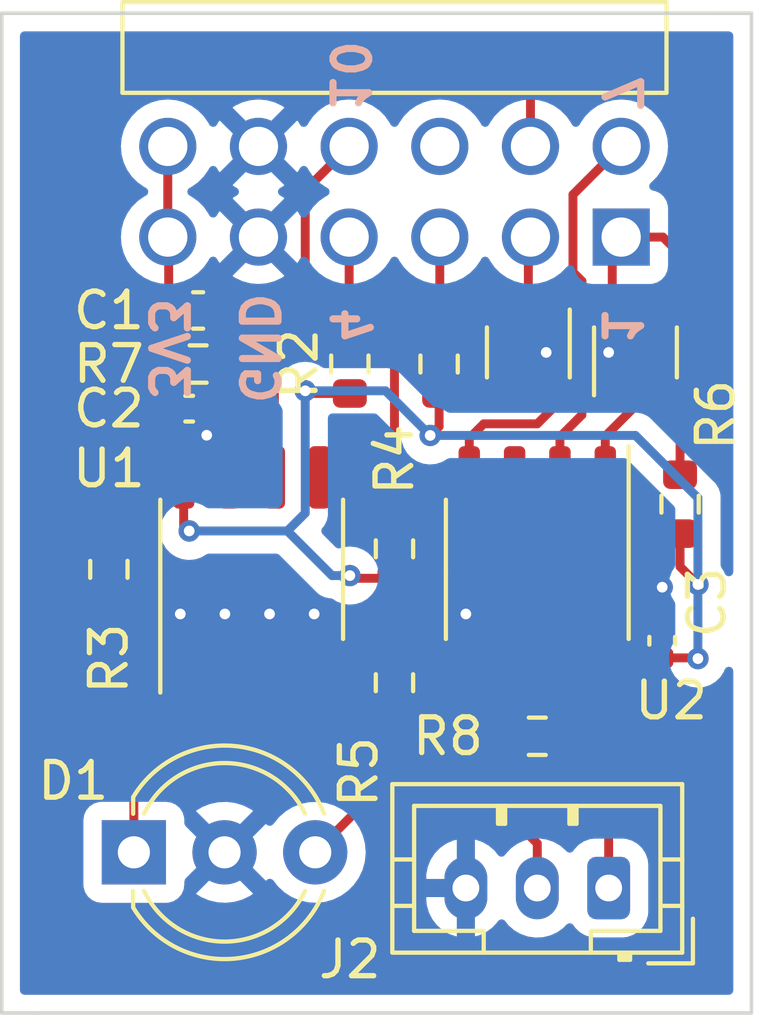
<source format=kicad_pcb>
(kicad_pcb (version 20210424) (generator pcbnew)
  (layers (0 "F.Cu" signal) (31 "B.Cu" signal) (34 "B.Paste" user) (35 "F.Paste" user) (36 "B.SilkS" user "B.Silkscreen") (37 "F.SilkS" user "F.Silkscreen") (38 "B.Mask" user) (39 "F.Mask" user) (44 "Edge.Cuts" user))
  (net 0 "")
  (net 1 "+3V3")
  (net 2 "GND")
  (net 3 "Net-(D1-Pad1)")
  (net 4 "Net-(D1-Pad3)")
  (net 5 "/SDA")
  (net 6 "/SCL")
  (net 7 "Net-(J1-Pad7)")
  (net 8 "Net-(J1-Pad8)")
  (net 10 "/~WP")
  (net 11 "Net-(J2-Pad1)")
  (net 12 "Net-(J2-Pad2)")
  (net 13 "Net-(J1-Pad1)")
  (net 14 "Net-(J1-Pad2)")
  (net 18 "Net-(Q1-Pad6)")
  (net 21 "Net-(Q2-Pad2)")
  (footprint "Package_SO:SO-8_3.9x4.9mm_P1.27mm" (layer "F.Cu") (at 138 107.575 -90)
    (fp_text reference "U2" (at 3.675 -3.75 180) (layer "F.SilkS"))
    (fp_text value "MAX3483ESA+")
    (fp_line (start 0 2.56) (end -1.95 2.56) (layer "F.SilkS") (width 0.12))
    (fp_line (start 0 -2.56) (end -3.45 -2.56) (layer "F.SilkS") (width 0.12))
    (fp_line (start 0 -2.56) (end 1.95 -2.56) (layer "F.SilkS") (width 0.12))
    (fp_line (start 0 2.56) (end 1.95 2.56) (layer "F.SilkS") (width 0.12))
    (pad "1" smd roundrect locked (at -2.575 -1.905 270) (size 1.75 0.6) (layers "F.Cu" "F.Paste" "F.Mask") (net 21 "Net-(Q2-Pad2)"))
    (pad "2" smd roundrect locked (at -2.575 -0.635 270) (size 1.75 0.6) (layers "F.Cu" "F.Paste" "F.Mask") (net 7 "Net-(J1-Pad7)"))
    (pad "3" smd roundrect locked (at -2.575 0.635 270) (size 1.75 0.6) (layers "F.Cu" "F.Paste" "F.Mask") (net 7 "Net-(J1-Pad7)"))
    (pad "4" smd roundrect locked (at -2.575 1.905 270) (size 1.75 0.6) (layers "F.Cu" "F.Paste" "F.Mask") (net 18 "Net-(Q1-Pad6)"))
    (pad "5" smd roundrect locked (at 2.575 1.905 270) (size 1.75 0.6) (layers "F.Cu" "F.Paste" "F.Mask") (net 2 "GND"))
    (pad "6" smd roundrect locked (at 2.575 0.635 270) (size 1.75 0.6) (layers "F.Cu" "F.Paste" "F.Mask") (net 12 "Net-(J2-Pad2)"))
    (pad "7" smd roundrect locked (at 2.575 -0.635 270) (size 1.75 0.6) (layers "F.Cu" "F.Paste" "F.Mask") (net 11 "Net-(J2-Pad1)"))
    (pad "8" smd roundrect locked (at 2.575 -1.905 270) (size 1.75 0.6) (layers "F.Cu" "F.Paste" "F.Mask") (net 1 "+3V3"))
  )
  (footprint "Resistor_SMD:R_0603_1608Metric" (layer "F.Cu") (at 134 107 90)
    (fp_text reference "R4" (at 2.5 0 90) (layer "F.SilkS"))
    (fp_text value "10k")
    (fp_line (start -0.237258 -0.5225) (end 0.237258 -0.5225) (layer "F.SilkS") (width 0.12))
    (fp_line (start -0.237258 0.5225) (end 0.237258 0.5225) (layer "F.SilkS") (width 0.12))
    (pad "1" smd roundrect locked (at -0.825 0 90) (size 0.8 0.95) (layers "F.Cu" "F.Paste" "F.Mask") (net 1 "+3V3"))
    (pad "2" smd roundrect locked (at 0.825 0 90) (size 0.8 0.95) (layers "F.Cu" "F.Paste" "F.Mask") (net 18 "Net-(Q1-Pad6)"))
  )
  (footprint "Capacitor_SMD:C_0603_1608Metric" (layer "F.Cu") (at 128.5 100.325)
    (fp_text reference "C1" (at -2.5 0) (layer "F.SilkS"))
    (fp_text value "10u")
    (fp_line (start -0.14058 0.51) (end 0.14058 0.51) (layer "F.SilkS") (width 0.12))
    (fp_line (start -0.14058 -0.51) (end 0.14058 -0.51) (layer "F.SilkS") (width 0.12))
    (pad "1" smd roundrect locked (at -0.775 0) (size 0.9 0.95) (layers "F.Cu" "F.Paste" "F.Mask") (net 1 "+3V3"))
    (pad "2" smd roundrect locked (at 0.775 0) (size 0.9 0.95) (layers "F.Cu" "F.Paste" "F.Mask") (net 2 "GND"))
  )
  (footprint "Capacitor_SMD:C_0402_1005Metric" (layer "F.Cu") (at 128.25 103.075)
    (fp_text reference "C2" (at -2.25 0) (layer "F.SilkS"))
    (fp_text value "100n")
    (fp_line (start -0.107836 0.36) (end 0.107836 0.36) (layer "F.SilkS") (width 0.12))
    (fp_line (start -0.107836 -0.36) (end 0.107836 -0.36) (layer "F.SilkS") (width 0.12))
    (pad "1" smd roundrect locked (at -0.48 0) (size 0.56 0.62) (layers "F.Cu" "F.Paste" "F.Mask") (net 1 "+3V3"))
    (pad "2" smd roundrect locked (at 0.48 0) (size 0.56 0.62) (layers "F.Cu" "F.Paste" "F.Mask") (net 2 "GND"))
  )
  (footprint "Connector_JST:JST_PH_B3B-PH-K_1x03_P2.00mm_Vertical" (layer "F.Cu") (at 140 116.5 180)
    (fp_text reference "J2" (at 7.25 -2) (layer "F.SilkS"))
    (fp_text value "Conn_01x03_Male")
    (fp_line (start -1.45 2.3) (end 5.45 2.3) (layer "F.SilkS") (width 0.12))
    (fp_line (start -2.06 0.8) (end -1.45 0.8) (layer "F.SilkS") (width 0.12))
    (fp_line (start 6.06 0.8) (end 5.45 0.8) (layer "F.SilkS") (width 0.12))
    (fp_line (start 6.06 -0.5) (end 5.45 -0.5) (layer "F.SilkS") (width 0.12))
    (fp_line (start 3.5 -1.2) (end 3.5 -1.81) (layer "F.SilkS") (width 0.12))
    (fp_line (start 0.5 -1.81) (end 0.5 -1.2) (layer "F.SilkS") (width 0.12))
    (fp_line (start 3.1 1.8) (end 3.1 2.3) (layer "F.SilkS") (width 0.12))
    (fp_line (start 6.06 2.91) (end 6.06 -1.81) (layer "F.SilkS") (width 0.12))
    (fp_line (start -2.06 2.91) (end 6.06 2.91) (layer "F.SilkS") (width 0.12))
    (fp_line (start 3 2.3) (end 3 1.8) (layer "F.SilkS") (width 0.12))
    (fp_line (start -0.6 -2.01) (end -0.6 -1.81) (layer "F.SilkS") (width 0.12))
    (fp_line (start 5.45 -1.2) (end 3.5 -1.2) (layer "F.SilkS") (width 0.12))
    (fp_line (start -0.3 -1.81) (end -0.3 -2.01) (layer "F.SilkS") (width 0.12))
    (fp_line (start -2.06 -0.5) (end -1.45 -0.5) (layer "F.SilkS") (width 0.12))
    (fp_line (start -1.11 -2.11) (end -2.36 -2.11) (layer "F.SilkS") (width 0.12))
    (fp_line (start -1.45 -1.2) (end -1.45 2.3) (layer "F.SilkS") (width 0.12))
    (fp_line (start 1 2.3) (end 1 1.8) (layer "F.SilkS") (width 0.12))
    (fp_line (start 0.5 -1.2) (end -1.45 -1.2) (layer "F.SilkS") (width 0.12))
    (fp_line (start -2.36 -2.11) (end -2.36 -0.86) (layer "F.SilkS") (width 0.12))
    (fp_line (start 6.06 -1.81) (end -2.06 -1.81) (layer "F.SilkS") (width 0.12))
    (fp_line (start -0.3 -1.91) (end -0.6 -1.91) (layer "F.SilkS") (width 0.12))
    (fp_line (start 2.9 1.8) (end 3.1 1.8) (layer "F.SilkS") (width 0.12))
    (fp_line (start -2.06 -1.81) (end -2.06 2.91) (layer "F.SilkS") (width 0.12))
    (fp_line (start 5.45 2.3) (end 5.45 -1.2) (layer "F.SilkS") (width 0.12))
    (fp_line (start 1.1 1.8) (end 1.1 2.3) (layer "F.SilkS") (width 0.12))
    (fp_line (start 2.9 2.3) (end 2.9 1.8) (layer "F.SilkS") (width 0.12))
    (fp_line (start 0.9 2.3) (end 0.9 1.8) (layer "F.SilkS") (width 0.12))
    (fp_line (start 0.9 1.8) (end 1.1 1.8) (layer "F.SilkS") (width 0.12))
    (fp_line (start -0.3 -2.01) (end -0.6 -2.01) (layer "F.SilkS") (width 0.12))
    (pad "1" thru_hole roundrect locked (at 0 0 180) (size 1.2 1.75) (drill 0.75) (layers *.Cu *.Mask) (roundrect_rratio 0.2083333333) (net 11 "Net-(J2-Pad1)"))
    (pad "2" thru_hole oval locked (at 2 0 180) (size 1.2 1.75) (drill 0.75) (layers *.Cu *.Mask) (net 12 "Net-(J2-Pad2)"))
    (pad "3" thru_hole oval locked (at 4 0 180) (size 1.2 1.75) (drill 0.75) (layers *.Cu *.Mask) (net 2 "GND"))
  )
  (footprint "Resistor_SMD:R_0603_1608Metric" (layer "F.Cu") (at 135.25 101.825 90)
    (fp_text reference "R1" hide)
    (fp_text value "4k7")
    (fp_line (start -0.237258 -0.5225) (end 0.237258 -0.5225) (layer "F.SilkS") (width 0.12))
    (fp_line (start -0.237258 0.5225) (end 0.237258 0.5225) (layer "F.SilkS") (width 0.12))
    (pad "1" smd roundrect locked (at -0.825 0 90) (size 0.8 0.95) (layers "F.Cu" "F.Paste" "F.Mask") (net 1 "+3V3"))
    (pad "2" smd roundrect locked (at 0.825 0 90) (size 0.8 0.95) (layers "F.Cu" "F.Paste" "F.Mask") (net 5 "/SDA"))
  )
  (footprint "Capacitor_SMD:C_0402_1005Metric" (layer "F.Cu") (at 141.5 109.575 90)
    (fp_text reference "C3" (at 1.075 1.25 90) (layer "F.SilkS"))
    (fp_text value "100n")
    (fp_line (start -0.107836 0.36) (end 0.107836 0.36) (layer "F.SilkS") (width 0.12))
    (fp_line (start -0.107836 -0.36) (end 0.107836 -0.36) (layer "F.SilkS") (width 0.12))
    (pad "1" smd roundrect locked (at -0.48 0 90) (size 0.56 0.62) (layers "F.Cu" "F.Paste" "F.Mask") (net 1 "+3V3"))
    (pad "2" smd roundrect locked (at 0.48 0 90) (size 0.56 0.62) (layers "F.Cu" "F.Paste" "F.Mask") (net 2 "GND"))
  )
  (footprint "Resistor_SMD:R_0603_1608Metric" (layer "F.Cu") (at 134 110.75 -90)
    (fp_text reference "R5" (at 2.5 1 90) (layer "F.SilkS"))
    (fp_text value "R")
    (fp_line (start -0.237258 -0.5225) (end 0.237258 -0.5225) (layer "F.SilkS") (width 0.12))
    (fp_line (start -0.237258 0.5225) (end 0.237258 0.5225) (layer "F.SilkS") (width 0.12))
    (pad "1" smd roundrect locked (at -0.825 0 270) (size 0.8 0.95) (layers "F.Cu" "F.Paste" "F.Mask") (net 7 "Net-(J1-Pad7)"))
    (pad "2" smd roundrect locked (at 0.825 0 270) (size 0.8 0.95) (layers "F.Cu" "F.Paste" "F.Mask") (net 4 "Net-(D1-Pad3)"))
  )
  (footprint "Package_TO_SOT_SMD:SOT-363_SC-70-6" (layer "F.Cu") (at 137.75 101.5 -90)
    (fp_text reference "Q1" hide)
    (fp_text value "SI1539CDL-T1-GE3")
    (fp_line (start 0.7 -1.16) (end -1.2 -1.16) (layer "F.SilkS") (width 0.12))
    (fp_line (start -0.7 1.16) (end 0.7 1.16) (layer "F.SilkS") (width 0.12))
    (pad "1" smd rect locked (at -0.95 -0.65 270) (size 0.65 0.4) (layers "F.Cu" "F.Paste" "F.Mask") (net 2 "GND"))
    (pad "2" smd rect locked (at -0.95 0 270) (size 0.65 0.4) (layers "F.Cu" "F.Paste" "F.Mask") (net 14 "Net-(J1-Pad2)"))
    (pad "3" smd rect locked (at -0.95 0.65 270) (size 0.65 0.4) (layers "F.Cu" "F.Paste" "F.Mask"))
    (pad "4" smd rect locked (at 0.95 0.65 270) (size 0.65 0.4) (layers "F.Cu" "F.Paste" "F.Mask"))
    (pad "5" smd rect locked (at 0.95 0 270) (size 0.65 0.4) (layers "F.Cu" "F.Paste" "F.Mask"))
    (pad "6" smd rect locked (at 0.95 -0.65 270) (size 0.65 0.4) (layers "F.Cu" "F.Paste" "F.Mask") (net 18 "Net-(Q1-Pad6)"))
  )
  (footprint "Resistor_SMD:R_0603_1608Metric" (layer "F.Cu") (at 138 112.25 180)
    (fp_text reference "R8" (at 2.5 0) (layer "F.SilkS"))
    (fp_text value "120")
    (fp_line (start -0.237258 -0.5225) (end 0.237258 -0.5225) (layer "F.SilkS") (width 0.12))
    (fp_line (start -0.237258 0.5225) (end 0.237258 0.5225) (layer "F.SilkS") (width 0.12))
    (pad "1" smd roundrect locked (at -0.825 0 180) (size 0.8 0.95) (layers "F.Cu" "F.Paste" "F.Mask") (net 11 "Net-(J2-Pad1)"))
    (pad "2" smd roundrect locked (at 0.825 0 180) (size 0.8 0.95) (layers "F.Cu" "F.Paste" "F.Mask") (net 12 "Net-(J2-Pad2)"))
  )
  (footprint "Connector_WUT:PMOD_Wurth_61301221021_Horizontal" (layer "F.Cu") (at 134 97)
    (fp_text reference "J1" hide)
    (fp_text value "Connector_PMOD_2x6_Peripheral" hide)
    (fp_text user "10" (at -1.27 -3.25 270 unlocked) (layer "B.SilkS") (effects (font (thickness 0.2)) (justify mirror)))
    (fp_text user "3V3" (at -6.35 4.385 270 unlocked) (layer "B.SilkS") (effects (font (thickness 0.2)) (justify mirror)))
    (fp_text user "4" (at -1.27 3.75 270 unlocked) (layer "B.SilkS") (effects (font (thickness 0.2)) (justify mirror)))
    (fp_text user "GND" (at -3.81 4.385 270 unlocked) (layer "B.SilkS") (effects (font (thickness 0.2)) (justify mirror)))
    (fp_text user "7" (at 6.35 -2.75 270 unlocked) (layer "B.SilkS") (effects (font (thickness 0.2)) (justify mirror)))
    (fp_text user "1" (at 6.35 3.75 270 unlocked) (layer "B.SilkS") (effects (font (thickness 0.2)) (justify mirror)))
    (fp_line (start 7.62 -2.77) (end 7.62 -5.31) (layer "F.SilkS") (width 0.12))
    (fp_line (start -7.62 -2.77) (end 7.62 -2.77) (layer "F.SilkS") (width 0.12))
    (fp_line (start 7.62 -5.31) (end -7.62 -5.31) (layer "F.SilkS") (width 0.12))
    (fp_line (start -7.62 -5.31) (end -7.62 -2.77) (layer "F.SilkS") (width 0.12))
    (pad "1" thru_hole rect (at 6.35 1.27) (size 1.6 1.6) (drill 1.1) (layers *.Cu *.Mask) (net 13 "Net-(J1-Pad1)"))
    (pad "2" thru_hole circle (at 3.81 1.27) (size 1.6 1.6) (drill 1.1) (layers *.Cu *.Mask) (net 14 "Net-(J1-Pad2)"))
    (pad "3" thru_hole circle (at 1.27 1.27) (size 1.6 1.6) (drill 1.1) (layers *.Cu *.Mask) (net 5 "/SDA"))
    (pad "4" thru_hole circle (at -1.27 1.27) (size 1.6 1.6) (drill 1.1) (layers *.Cu *.Mask) (net 6 "/SCL"))
    (pad "5" thru_hole circle (at -3.81 1.27) (size 1.6 1.6) (drill 1.1) (layers *.Cu *.Mask) (net 2 "GND"))
    (pad "6" thru_hole circle (at -6.35 1.27) (size 1.6 1.6) (drill 1.1) (layers *.Cu *.Mask) (net 1 "+3V3"))
    (pad "7" thru_hole circle (at 6.35 -1.27) (size 1.6 1.6) (drill 1.1) (layers *.Cu *.Mask) (net 7 "Net-(J1-Pad7)"))
    (pad "8" thru_hole circle (at 3.81 -1.27) (size 1.6 1.6) (drill 1.1) (layers *.Cu *.Mask) (net 8 "Net-(J1-Pad8)"))
    (pad "9" thru_hole circle (at 1.27 -1.27) (size 1.6 1.6) (drill 1.1) (layers *.Cu *.Mask))
    (pad "10" thru_hole circle (at -1.27 -1.27) (size 1.6 1.6) (drill 1.1) (layers *.Cu *.Mask) (net 10 "/~WP"))
    (pad "11" thru_hole circle (at -3.81 -1.27) (size 1.6 1.6) (drill 1.1) (layers *.Cu *.Mask) (net 2 "GND"))
    (pad "12" thru_hole circle (at -6.35 -1.27) (size 1.6 1.6) (drill 1.1) (layers *.Cu *.Mask) (net 1 "+3V3"))
  )
  (footprint "Package_SO:SO-8_3.9x4.9mm_P1.27mm" (layer "F.Cu") (at 130 107.575 90)
    (fp_text reference "U1" (at 2.825 -4 180) (layer "F.SilkS"))
    (fp_text value "24LC024-I/SN")
    (fp_line (start 0 2.56) (end 1.95 2.56) (layer "F.SilkS") (width 0.12))
    (fp_line (start 0 -2.56) (end -3.45 -2.56) (layer "F.SilkS") (width 0.12))
    (fp_line (start 0 2.56) (end -1.95 2.56) (layer "F.SilkS") (width 0.12))
    (fp_line (start 0 -2.56) (end 1.95 -2.56) (layer "F.SilkS") (width 0.12))
    (pad "1" smd roundrect locked (at -2.575 -1.905 90) (size 1.75 0.6) (layers "F.Cu" "F.Paste" "F.Mask") (net 2 "GND"))
    (pad "2" smd roundrect locked (at -2.575 -0.635 90) (size 1.75 0.6) (layers "F.Cu" "F.Paste" "F.Mask") (net 2 "GND"))
    (pad "3" smd roundrect locked (at -2.575 0.635 90) (size 1.75 0.6) (layers "F.Cu" "F.Paste" "F.Mask") (net 2 "GND"))
    (pad "4" smd roundrect locked (at -2.575 1.905 90) (size 1.75 0.6) (layers "F.Cu" "F.Paste" "F.Mask") (net 2 "GND"))
    (pad "5" smd roundrect locked (at 2.575 1.905 90) (size 1.75 0.6) (layers "F.Cu" "F.Paste" "F.Mask") (net 5 "/SDA"))
    (pad "6" smd roundrect locked (at 2.575 0.635 90) (size 1.75 0.6) (layers "F.Cu" "F.Paste" "F.Mask") (net 6 "/SCL"))
    (pad "7" smd roundrect locked (at 2.575 -0.635 90) (size 1.75 0.6) (layers "F.Cu" "F.Paste" "F.Mask") (net 10 "/~WP"))
    (pad "8" smd roundrect locked (at 2.575 -1.905 90) (size 1.75 0.6) (layers "F.Cu" "F.Paste" "F.Mask") (net 1 "+3V3"))
  )
  (footprint "Resistor_SMD:R_0603_1608Metric" (layer "F.Cu") (at 128.5 101.825)
    (fp_text reference "R7" (at -2.5 0) (layer "F.SilkS"))
    (fp_text value "1k")
    (fp_line (start -0.237258 0.5225) (end 0.237258 0.5225) (layer "F.SilkS") (width 0.12))
    (fp_line (start -0.237258 -0.5225) (end 0.237258 -0.5225) (layer "F.SilkS") (width 0.12))
    (pad "1" smd roundrect locked (at -0.825 0) (size 0.8 0.95) (layers "F.Cu" "F.Paste" "F.Mask") (net 1 "+3V3"))
    (pad "2" smd roundrect locked (at 0.825 0) (size 0.8 0.95) (layers "F.Cu" "F.Paste" "F.Mask") (net 10 "/~WP"))
  )
  (footprint "Resistor_SMD:R_0603_1608Metric" (layer "F.Cu") (at 142 105.75 90)
    (fp_text reference "R6" (at 2.5 1 90) (layer "F.SilkS"))
    (fp_text value "R")
    (fp_line (start -0.237258 -0.5225) (end 0.237258 -0.5225) (layer "F.SilkS") (width 0.12))
    (fp_line (start -0.237258 0.5225) (end 0.237258 0.5225) (layer "F.SilkS") (width 0.12))
    (pad "1" smd roundrect locked (at -0.825 0 90) (size 0.8 0.95) (layers "F.Cu" "F.Paste" "F.Mask") (net 1 "+3V3"))
    (pad "2" smd roundrect locked (at 0.825 0 90) (size 0.8 0.95) (layers "F.Cu" "F.Paste" "F.Mask") (net 13 "Net-(J1-Pad1)"))
  )
  (footprint "Resistor_SMD:R_0603_1608Metric" (layer "F.Cu") (at 126 107.575 -90)
    (fp_text reference "R3" (at 2.5 0 90) (layer "F.SilkS"))
    (fp_text value "R")
    (fp_line (start -0.237258 0.5225) (end 0.237258 0.5225) (layer "F.SilkS") (width 0.12))
    (fp_line (start -0.237258 -0.5225) (end 0.237258 -0.5225) (layer "F.SilkS") (width 0.12))
    (pad "1" smd roundrect locked (at -0.825 0 270) (size 0.8 0.95) (layers "F.Cu" "F.Paste" "F.Mask") (net 8 "Net-(J1-Pad8)"))
    (pad "2" smd roundrect locked (at 0.825 0 270) (size 0.8 0.95) (layers "F.Cu" "F.Paste" "F.Mask") (net 3 "Net-(D1-Pad1)"))
  )
  (footprint "Package_TO_SOT_SMD:SOT-363_SC-70-6" (layer "F.Cu") (at 140.75 101.5 90)
    (fp_text reference "Q2" hide)
    (fp_text value "SI1539CDL-T1-GE3")
    (fp_line (start 0.7 -1.16) (end -1.2 -1.16) (layer "F.SilkS") (width 0.12))
    (fp_line (start -0.7 1.16) (end 0.7 1.16) (layer "F.SilkS") (width 0.12))
    (pad "1" smd rect locked (at -0.95 -0.65 90) (size 0.65 0.4) (layers "F.Cu" "F.Paste" "F.Mask") (net 2 "GND"))
    (pad "2" smd rect locked (at -0.95 0 90) (size 0.65 0.4) (layers "F.Cu" "F.Paste" "F.Mask") (net 21 "Net-(Q2-Pad2)"))
    (pad "3" smd rect locked (at -0.95 0.65 90) (size 0.65 0.4) (layers "F.Cu" "F.Paste" "F.Mask"))
    (pad "4" smd rect locked (at 0.95 0.65 90) (size 0.65 0.4) (layers "F.Cu" "F.Paste" "F.Mask"))
    (pad "5" smd rect locked (at 0.95 0 90) (size 0.65 0.4) (layers "F.Cu" "F.Paste" "F.Mask"))
    (pad "6" smd rect locked (at 0.95 -0.65 90) (size 0.65 0.4) (layers "F.Cu" "F.Paste" "F.Mask") (net 13 "Net-(J1-Pad1)"))
  )
  (footprint "LED_THT:LED_D5.0mm-3" (layer "F.Cu") (at 126.7 115.5)
    (fp_text reference "D1" (at -1.7 -2) (layer "F.SilkS"))
    (fp_text value "LED_Dual_AKA")
    (fp_line (start -0.02 -1.545) (end -0.02 -1.08) (layer "F.SilkS") (width 0.12))
    (fp_line (start -0.02 1.08) (end -0.02 1.545) (layer "F.SilkS") (width 0.12))
    (fp_arc (start 2.54 0) (end 0.285316 -1.08) (angle 128.8) (layer "F.SilkS") (width 0.12))
    (fp_arc (start 2.54 0) (end 0.285316 1.08) (angle -128.8) (layer "F.SilkS") (width 0.12))
    (fp_arc (start 2.54 0) (end -0.02 1.54483) (angle -127.7) (layer "F.SilkS") (width 0.12))
    (fp_arc (start 2.54 0) (end -0.02 -1.54483) (angle 127.7) (layer "F.SilkS") (width 0.12))
    (pad "1" thru_hole rect locked (at 0 0) (size 1.8 1.8) (drill 0.9) (layers *.Cu *.Mask) (net 3 "Net-(D1-Pad1)"))
    (pad "2" thru_hole circle locked (at 2.54 0) (size 1.8 1.8) (drill 0.9) (layers *.Cu *.Mask) (net 2 "GND"))
    (pad "3" thru_hole circle locked (at 5.08 0) (size 1.8 1.8) (drill 0.9) (layers *.Cu *.Mask) (net 4 "Net-(D1-Pad3)"))
  )
  (footprint "Resistor_SMD:R_0603_1608Metric" (layer "F.Cu") (at 132.75 101.825 90)
    (fp_text reference "R2" (at 0 -1.43 90) (layer "F.SilkS"))
    (fp_text value "4k7")
    (fp_line (start -0.237258 0.5225) (end 0.237258 0.5225) (layer "F.SilkS") (width 0.12))
    (fp_line (start -0.237258 -0.5225) (end 0.237258 -0.5225) (layer "F.SilkS") (width 0.12))
    (pad "1" smd roundrect locked (at -0.825 0 90) (size 0.8 0.95) (layers "F.Cu" "F.Paste" "F.Mask") (net 1 "+3V3"))
    (pad "2" smd roundrect locked (at 0.825 0 90) (size 0.8 0.95) (layers "F.Cu" "F.Paste" "F.Mask") (net 6 "/SCL"))
  )
  (gr_line (start 124 120) (end 123 120) (layer "Edge.Cuts") (width 0.1))
  (gr_line (start 144 120) (end 124 120) (layer "Edge.Cuts") (width 0.1))
  (gr_line (start 123 92) (end 143 92) (layer "Edge.Cuts") (width 0.1))
  (gr_line (start 123 120) (end 123 92) (layer "Edge.Cuts") (width 0.1))
  (gr_line (start 144 92) (end 144 120) (layer "Edge.Cuts") (width 0.1))
  (gr_line (start 143 92) (end 144 92) (layer "Edge.Cuts") (width 0.1))
  (segment (start 134 107.825) (end 132.825 107.825) (width 0.25) (layer "F.Cu") (net 1))
  (segment (start 128.095 105) (end 128.095 103.92) (width 0.25) (layer "F.Cu") (net 1))
  (segment (start 128.095 106.345) (end 128.25 106.5) (width 0.25) (layer "F.Cu") (net 1))
  (segment (start 127.77 103.075) (end 127.77 101.17) (width 0.25) (layer "F.Cu") (net 1))
  (segment (start 142 106.575) (end 142 107.5) (width 0.25) (layer "F.Cu") (net 1))
  (segment (start 142.48 110.055) (end 142.5 110.075) (width 0.25) (layer "F.Cu") (net 1))
  (segment (start 127.675 101.075) (end 127.675 98.87) (width 0.25) (layer "F.Cu") (net 1))
  (segment (start 127.77 101.17) (end 127.675 101.075) (width 0.25) (layer "F.Cu") (net 1))
  (segment (start 141.5 110.055) (end 142.48 110.055) (width 0.25) (layer "F.Cu") (net 1))
  (segment (start 127.77 103.555) (end 127.77 103.075) (width 0.25) (layer "F.Cu") (net 1))
  (segment (start 135.25 102.65) (end 135.25 103.575) (width 0.25) (layer "F.Cu") (net 1))
  (segment (start 135.25 103.575) (end 135 103.825) (width 0.25) (layer "F.Cu") (net 1))
  (segment (start 142 107.5) (end 142.5 108) (width 0.25) (layer "F.Cu") (net 1))
  (segment (start 132.75 102.65) (end 131.575 102.65) (width 0.25) (layer "F.Cu") (net 1))
  (segment (start 127.65 95.73) (end 127.65 98.27) (width 0.25) (layer "F.Cu") (net 1))
  (segment (start 128.095 103.92) (end 127.75 103.575) (width 0.25) (layer "F.Cu") (net 1))
  (segment (start 139.905 110.15) (end 141.405 110.15) (width 0.25) (layer "F.Cu") (net 1))
  (segment (start 128.095 105) (end 128.095 106.345) (width 0.25) (layer "F.Cu") (net 1))
  (segment (start 127.75 103.575) (end 127.77 103.555) (width 0.25) (layer "F.Cu") (net 1))
  (segment (start 131.575 102.65) (end 131.5 102.575) (width 0.25) (layer "F.Cu") (net 1))
  (segment (start 132.825 107.825) (end 132.75 107.75) (width 0.25) (layer "F.Cu") (net 1))
  (segment (start 141.405 110.15) (end 141.5 110.055) (width 0.25) (layer "F.Cu") (net 1))
  (via (at 128.25 106.5) (size 0.6) (drill 0.3) (layers "F.Cu" "B.Cu") (net 1))
  (via (at 142.5 108) (size 0.6) (drill 0.3) (layers "F.Cu" "B.Cu") (net 1))
  (via (at 135 103.825) (size 0.6) (drill 0.3) (layers "F.Cu" "B.Cu") (net 1))
  (via (at 132.75 107.75) (size 0.6) (drill 0.3) (layers "F.Cu" "B.Cu") (net 1))
  (via (at 142.5 110.075) (size 0.6) (drill 0.3) (layers "F.Cu" "B.Cu") (net 1))
  (via (at 131.5 102.575) (size 0.6) (drill 0.3) (layers "F.Cu" "B.Cu") (net 1))
  (segment (start 132.75 107.75) (end 132.25 107.75) (width 0.25) (layer "B.Cu") (net 1))
  (segment (start 142.5 108) (end 142.5 105.575) (width 0.25) (layer "B.Cu") (net 1))
  (segment (start 135 103.825) (end 140.75 103.825) (width 0.25) (layer "B.Cu") (net 1))
  (segment (start 142.5 105.575) (end 140.75 103.825) (width 0.25) (layer "B.Cu") (net 1))
  (segment (start 131.5 106) (end 131.5 102.575) (width 0.25) (layer "B.Cu") (net 1))
  (segment (start 133.75 102.575) (end 135 103.825) (width 0.25) (layer "B.Cu") (net 1))
  (segment (start 142.5 110.075) (end 142.5 108) (width 0.25) (layer "B.Cu") (net 1))
  (segment (start 131.5 102.575) (end 133.75 102.575) (width 0.25) (layer "B.Cu") (net 1))
  (segment (start 128.25 106.5) (end 131 106.5) (width 0.25) (layer "B.Cu") (net 1))
  (segment (start 132.25 107.75) (end 131 106.5) (width 0.25) (layer "B.Cu") (net 1))
  (segment (start 131 106.5) (end 131.5 106) (width 0.25) (layer "B.Cu") (net 1))
  (segment (start 136.095 110.15) (end 136.095 108.92) (width 0.25) (layer "F.Cu") (net 2))
  (segment (start 138.4 101.35) (end 138.25 101.5) (width 0.25) (layer "F.Cu") (net 2))
  (segment (start 129.275 100.325) (end 129.275 99.185) (width 0.25) (layer "F.Cu") (net 2))
  (segment (start 131.905 110.15) (end 131.905 108.98) (width 0.25) (layer "F.Cu") (net 2))
  (segment (start 129.365 110.15) (end 129.365 108.94) (width 0.25) (layer "F.Cu") (net 2))
  (segment (start 140.1 102.45) (end 140.1 101.6) (width 0.25) (layer "F.Cu") (net 2))
  (segment (start 130.635 108.96) (end 130.5 108.825) (width 0.25) (layer "F.Cu") (net 2))
  (segment (start 128.095 108.92) (end 128 108.825) (width 0.25) (layer "F.Cu") (net 2))
  (segment (start 141.5 109.095) (end 141.5 108.075) (width 0.25) (layer "F.Cu") (net 2))
  (segment (start 130.635 110.15) (end 130.635 108.96) (width 0.25) (layer "F.Cu") (net 2))
  (segment (start 131.905 108.98) (end 131.75 108.825) (width 0.25) (layer "F.Cu") (net 2))
  (segment (start 136 117) (end 136 116) (width 0.25) (layer "F.Cu") (net 2))
  (segment (start 136.095 108.92) (end 136 108.825) (width 0.25) (layer "F.Cu") (net 2))
  (segment (start 140.1 101.6) (end 140 101.5) (width 0.25) (layer "F.Cu") (net 2))
  (segment (start 129.275 99.185) (end 130.19 98.27) (width 0.25) (layer "F.Cu") (net 2))
  (segment (start 128.73 103.809392) (end 128.7405 103.819892) (width 0.25) (layer "F.Cu") (net 2))
  (segment (start 128.095 110.15) (end 128.095 108.92) (width 0.25) (layer "F.Cu") (net 2))
  (segment (start 129.365 108.94) (end 129.25 108.825) (width 0.25) (layer "F.Cu") (net 2))
  (segment (start 138.4 100.55) (end 138.4 101.35) (width 0.25) (layer "F.Cu") (net 2))
  (segment (start 128.73 103.075) (end 128.73 103.809392) (width 0.25) (layer "F.Cu") (net 2))
  (via (at 140 101.5) (size 0.6) (drill 0.3) (layers "F.Cu" "B.Cu") (net 2))
  (via (at 131.75 108.825) (size 0.6) (drill 0.3) (layers "F.Cu" "B.Cu") (net 2))
  (via (at 128.7405 103.819892) (size 0.6) (drill 0.3) (layers "F.Cu" "B.Cu") (net 2))
  (via (at 130.5 108.825) (size 0.6) (drill 0.3) (layers "F.Cu" "B.Cu") (net 2))
  (via (at 136 108.825) (size 0.6) (drill 0.3) (layers "F.Cu" "B.Cu") (net 2))
  (via (at 141.5 108.075) (size 0.6) (drill 0.3) (layers "F.Cu" "B.Cu") (net 2))
  (via (at 138.25 101.5) (size 0.6) (drill 0.3) (layers "F.Cu" "B.Cu") (net 2))
  (via (at 129.25 108.825) (size 0.6) (drill 0.3) (layers "F.Cu" "B.Cu") (net 2))
  (via (at 128 108.825) (size 0.6) (drill 0.3) (layers "F.Cu" "B.Cu") (net 2))
  (segment (start 126 108.4) (end 126 112.075) (width 0.25) (layer "F.Cu") (net 3))
  (segment (start 126.7 115.5) (end 126.7 112.775) (width 0.25) (layer "F.Cu") (net 3))
  (segment (start 126.7 112.775) (end 126 112.075) (width 0.25) (layer "F.Cu") (net 3))
  (segment (start 134 113.28) (end 131.78 115.5) (width 0.25) (layer "F.Cu") (net 4))
  (segment (start 134 111.575) (end 134 113.28) (width 0.25) (layer "F.Cu") (net 4))
  (segment (start 134.325 101) (end 134 101.325) (width 0.25) (layer "F.Cu") (net 5))
  (segment (start 135.27 100.98) (end 135.25 101) (width 0.25) (layer "F.Cu") (net 5))
  (segment (start 134 101.325) (end 134 104.075) (width 0.25) (layer "F.Cu") (net 5))
  (segment (start 133.075 105) (end 131.905 105) (width 0.25) (layer "F.Cu") (net 5))
  (segment (start 134 104.075) (end 133.075 105) (width 0.25) (layer "F.Cu") (net 5))
  (segment (start 135.27 98.845) (end 135.27 100.98) (width 0.25) (layer "F.Cu") (net 5))
  (segment (start 135.25 101) (end 134.325 101) (width 0.25) (layer "F.Cu") (net 5))
  (segment (start 130.635 101.94) (end 130.635 105) (width 0.25) (layer "F.Cu") (net 6))
  (segment (start 132.73 100.98) (end 132.75 101) (width 0.25) (layer "F.Cu") (net 6))
  (segment (start 131.575 101) (end 130.635 101.94) (width 0.25) (layer "F.Cu") (net 6))
  (segment (start 132.73 98.845) (end 132.73 100.98) (width 0.25) (layer "F.Cu") (net 6))
  (segment (start 132.75 101) (end 131.575 101) (width 0.25) (layer "F.Cu") (net 6))
  (segment (start 134 109) (end 134.25 108.75) (width 0.25) (layer "F.Cu") (net 7))
  (segment (start 134 109.925) (end 134 109) (width 0.25) (layer "F.Cu") (net 7))
  (segment (start 137.365 106.385) (end 137.365 105) (width 0.25) (layer "F.Cu") (net 7))
  (segment (start 139.25 103.25) (end 139.25 99.5) (width 0.25) (layer "F.Cu") (net 7))
  (segment (start 139 97.08) (end 140.35 95.73) (width 0.25) (layer "F.Cu") (net 7))
  (segment (start 135 108.75) (end 137.365 106.385) (width 0.25) (layer "F.Cu") (net 7))
  (segment (start 139.25 99.5) (end 139 99.25) (width 0.25) (layer "F.Cu") (net 7))
  (segment (start 139 99.25) (end 139 97.08) (width 0.25) (layer "F.Cu") (net 7))
  (segment (start 134.25 108.75) (end 135 108.75) (width 0.25) (layer "F.Cu") (net 7))
  (segment (start 137.365 105) (end 138.635 105) (width 0.25) (layer "F.Cu") (net 7))
  (segment (start 138.635 103.865) (end 139.25 103.25) (width 0.25) (layer "F.Cu") (net 7))
  (segment (start 138.635 105) (end 138.635 103.865) (width 0.25) (layer "F.Cu") (net 7))
  (segment (start 137.81 95.73) (end 137.81 94.31) (width 0.25) (layer "F.Cu") (net 8))
  (segment (start 127 93.5) (end 126 94.5) (width 0.25) (layer "F.Cu") (net 8))
  (segment (start 137.81 94.31) (end 137 93.5) (width 0.25) (layer "F.Cu") (net 8))
  (segment (start 137 93.5) (end 127 93.5) (width 0.25) (layer "F.Cu") (net 8))
  (segment (start 126 94.5) (end 126 106.75) (width 0.25) (layer "F.Cu") (net 8))
  (segment (start 129.75 103) (end 129.325 102.575) (width 0.25) (layer "F.Cu") (net 10))
  (segment (start 129.925 101.825) (end 131.5 100.25) (width 0.25) (layer "F.Cu") (net 10))
  (segment (start 129.325 101.825) (end 129.925 101.825) (width 0.25) (layer "F.Cu") (net 10))
  (segment (start 129.325 102.575) (end 129.325 101.825) (width 0.25) (layer "F.Cu") (net 10))
  (segment (start 131.5 96.96) (end 132.73 95.73) (width 0.25) (layer "F.Cu") (net 10))
  (segment (start 129.365 104.135) (end 129.75 103.75) (width 0.25) (layer "F.Cu") (net 10))
  (segment (start 129.365 105) (end 129.365 104.135) (width 0.25) (layer "F.Cu") (net 10))
  (segment (start 129.75 103.75) (end 129.75 103) (width 0.25) (layer "F.Cu") (net 10))
  (segment (start 131.5 100.25) (end 131.5 96.96) (width 0.25) (layer "F.Cu") (net 10))
  (segment (start 138.635 110.15) (end 138.635 112.385) (width 0.25) (layer "F.Cu") (net 11))
  (segment (start 138.635 112.385) (end 138.825 112.575) (width 0.25) (layer "F.Cu") (net 11))
  (segment (start 140 112.5) (end 140 116.5) (width 0.25) (layer "F.Cu") (net 11))
  (segment (start 138.825 112.25) (end 139.75 112.25) (width 0.25) (layer "F.Cu") (net 11))
  (segment (start 139.75 112.25) (end 140 112.5) (width 0.25) (layer "F.Cu") (net 11))
  (segment (start 138 115.25) (end 137.175 114.425) (width 0.25) (layer "F.Cu") (net 12))
  (segment (start 138 116.5) (end 138 115.25) (width 0.25) (layer "F.Cu") (net 12))
  (segment (start 137.365 112.385) (end 137.175 112.575) (width 0.25) (layer "F.Cu") (net 12))
  (segment (start 137.365 110.15) (end 137.365 112.385) (width 0.25) (layer "F.Cu") (net 12))
  (segment (start 137.175 112.575) (end 137.175 114.425) (width 0.25) (layer "F.Cu") (net 12))
  (segment (start 142 104.925) (end 142 103.5) (width 0.25) (layer "F.Cu") (net 13))
  (segment (start 140.1 100.55) (end 140.1 98.52) (width 0.25) (layer "F.Cu") (net 13))
  (segment (start 142.25 103.25) (end 142.25 99) (width 0.25) (layer "F.Cu") (net 13))
  (segment (start 142 103.5) (end 142.25 103.25) (width 0.25) (layer "F.Cu") (net 13))
  (segment (start 140.35 98.27) (end 141.52 98.27) (width 0.25) (layer "F.Cu") (net 13))
  (segment (start 141.52 98.27) (end 142.25 99) (width 0.25) (layer "F.Cu") (net 13))
  (segment (start 140.1 98.52) (end 140.35 98.27) (width 0.25) (layer "F.Cu") (net 13))
  (segment (start 137.75 98.33) (end 137.81 98.27) (width 0.25) (layer "F.Cu") (net 14))
  (segment (start 137.75 100.55) (end 137.75 98.33) (width 0.25) (layer "F.Cu") (net 14))
  (segment (start 136.095 103.905) (end 136.5 103.5) (width 0.25) (layer "F.Cu") (net 18))
  (segment (start 138 103.5) (end 138.4 103.1) (width 0.25) (layer "F.Cu") (net 18))
  (segment (start 134 106.175) (end 134 105.5) (width 0.25) (layer "F.Cu") (net 18))
  (segment (start 138.4 103.1) (end 138.4 102.45) (width 0.25) (layer "F.Cu") (net 18))
  (segment (start 134 105.5) (end 134.5 105) (width 0.25) (layer "F.Cu") (net 18))
  (segment (start 134.5 105) (end 136.095 105) (width 0.25) (layer "F.Cu") (net 18))
  (segment (start 136.5 103.5) (end 138 103.5) (width 0.25) (layer "F.Cu") (net 18))
  (segment (start 136.095 103.905) (end 136.095 105) (width 0.25) (layer "F.Cu") (net 18))
  (segment (start 140.75 102.45) (end 140.75 103) (width 0.25) (layer "F.Cu") (net 21))
  (segment (start 140.75 103) (end 139.905 103.845) (width 0.25) (layer "F.Cu") (net 21))
  (segment (start 139.905 103.845) (end 139.905 105) (width 0.25) (layer "F.Cu") (net 21))
  (zone (net 2) (net_name "GND") (layer "B.Cu") (connect_pads (clearance 0.508)) (min_thickness 0.254) (fill yes (thermal_gap 0.508) (thermal_bridge_width 0.508))
    (polygon (pts (xy 144 120) (xy 123 120) (xy 123 92) (xy 144 92)))
  )
)
</source>
